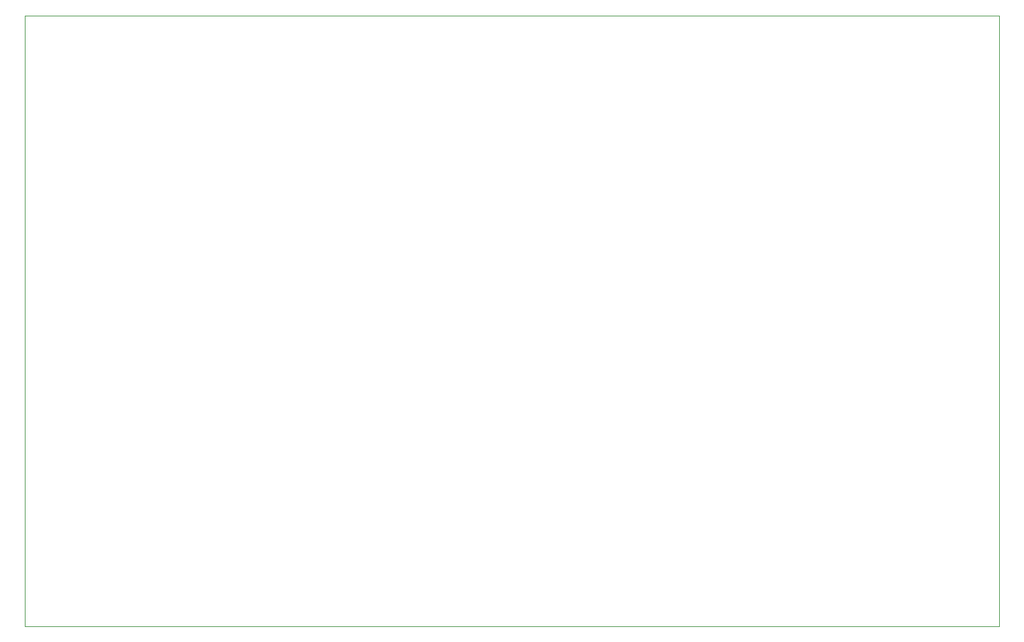
<source format=gbr>
%TF.GenerationSoftware,KiCad,Pcbnew,8.0.1*%
%TF.CreationDate,2024-07-18T08:08:08+02:00*%
%TF.ProjectId,GewitterMonitor,47657769-7474-4657-924d-6f6e69746f72,rev?*%
%TF.SameCoordinates,Original*%
%TF.FileFunction,Profile,NP*%
%FSLAX46Y46*%
G04 Gerber Fmt 4.6, Leading zero omitted, Abs format (unit mm)*
G04 Created by KiCad (PCBNEW 8.0.1) date 2024-07-18 08:08:08*
%MOMM*%
%LPD*%
G01*
G04 APERTURE LIST*
%TA.AperFunction,Profile*%
%ADD10C,0.100000*%
%TD*%
G04 APERTURE END LIST*
D10*
X55800000Y-18900000D02*
X182000000Y-18900000D01*
X182000000Y-98000000D01*
X55800000Y-98000000D01*
X55800000Y-18900000D01*
M02*

</source>
